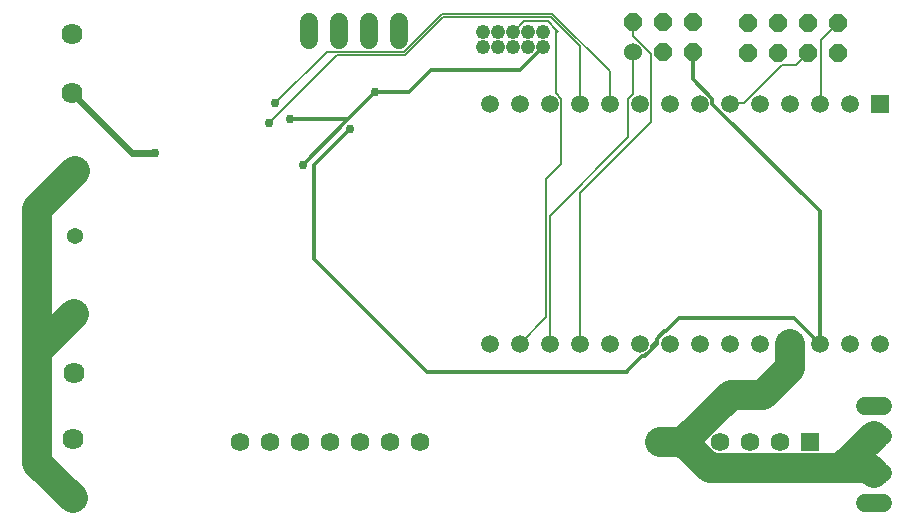
<source format=gbr>
G04 EAGLE Gerber RS-274X export*
G75*
%MOMM*%
%FSLAX34Y34*%
%LPD*%
%INBottom Copper*%
%IPPOS*%
%AMOC8*
5,1,8,0,0,1.08239X$1,22.5*%
G01*
%ADD10C,1.524000*%
%ADD11P,1.649562X8X22.500000*%
%ADD12P,1.649562X8X202.500000*%
%ADD13C,1.524000*%
%ADD14R,1.508000X1.508000*%
%ADD15C,1.508000*%
%ADD16C,1.590000*%
%ADD17R,1.590000X1.590000*%
%ADD18C,1.790700*%
%ADD19C,1.219200*%
%ADD20R,1.371600X1.371600*%
%ADD21C,1.371600*%
%ADD22C,0.152400*%
%ADD23C,2.540000*%
%ADD24C,0.304800*%
%ADD25C,0.756400*%
%ADD26C,0.609600*%


D10*
X579800Y480200D03*
D11*
X605200Y480200D03*
X630600Y480200D03*
X579800Y505600D03*
X605200Y505600D03*
X630600Y505600D03*
D12*
X753400Y505190D03*
X728000Y505190D03*
X702600Y505190D03*
X677200Y505190D03*
X753400Y479790D03*
X728000Y479790D03*
X702600Y479790D03*
X677200Y479790D03*
D13*
X305530Y490460D02*
X305530Y505700D01*
X330930Y505700D02*
X330930Y490460D01*
X356330Y490460D02*
X356330Y505700D01*
X381730Y505700D02*
X381730Y490460D01*
D14*
X788652Y436600D03*
D15*
X763252Y436600D03*
X737852Y436600D03*
X712452Y436600D03*
X687052Y436600D03*
X661652Y436600D03*
X636252Y436600D03*
X610852Y436600D03*
X585452Y436600D03*
X560052Y436600D03*
X534652Y436600D03*
X509252Y436600D03*
X483852Y436600D03*
X458452Y436600D03*
X458452Y233400D03*
X483852Y233400D03*
X509252Y233400D03*
X534652Y233400D03*
X560052Y233400D03*
X585452Y233400D03*
X610852Y233400D03*
X636252Y233400D03*
X661652Y233400D03*
X687052Y233400D03*
X712452Y233400D03*
X737852Y233400D03*
X763252Y233400D03*
X788652Y233400D03*
D16*
X247400Y150000D03*
X272800Y150000D03*
X298200Y150000D03*
X323600Y150000D03*
X349000Y150000D03*
X374400Y150000D03*
X399800Y150000D03*
X628400Y150000D03*
X603000Y150000D03*
X653800Y150000D03*
X679200Y150000D03*
X704600Y150000D03*
D17*
X730000Y150000D03*
D18*
X106110Y258730D03*
X106110Y208692D03*
X105430Y152420D03*
X105430Y102382D03*
X104710Y495600D03*
X104710Y445562D03*
D19*
X503810Y497490D03*
X503810Y484790D03*
X491110Y497490D03*
X491110Y484790D03*
X478410Y497490D03*
X478410Y484790D03*
X465710Y497490D03*
X465710Y484790D03*
X453010Y497490D03*
X453010Y484790D03*
D13*
X776330Y155460D02*
X791570Y155460D01*
X791570Y180860D02*
X776330Y180860D01*
X776110Y123890D02*
X791350Y123890D01*
X791350Y98490D02*
X776110Y98490D01*
D20*
X107300Y379840D03*
D21*
X107300Y324722D03*
D22*
X578750Y505000D02*
X579800Y505600D01*
X580000Y505000D01*
X534652Y360902D02*
X534652Y233400D01*
X580000Y494009D02*
X580000Y505000D01*
X580000Y494009D02*
X595278Y478731D01*
X595278Y421528D02*
X534652Y360902D01*
X595278Y421528D02*
X595278Y478731D01*
X575626Y408126D02*
X509252Y341752D01*
X509252Y233400D01*
X575626Y408126D02*
X575626Y440670D01*
X579800Y444844D01*
X579800Y480200D01*
D23*
X105430Y102382D02*
X75000Y132812D01*
X603000Y150000D02*
X622441Y150000D01*
X756316Y127826D02*
X783950Y155460D01*
X756316Y127826D02*
X644615Y127826D01*
X622441Y150000D01*
X779794Y127826D02*
X783730Y123890D01*
X779794Y127826D02*
X756316Y127826D01*
X712452Y212452D02*
X712452Y233400D01*
X662441Y190000D02*
X622441Y150000D01*
X690000Y190000D02*
X712452Y212452D01*
X690000Y190000D02*
X662441Y190000D01*
X75000Y227620D02*
X75000Y132812D01*
X75000Y227620D02*
X106110Y258730D01*
X75000Y347540D02*
X107300Y379840D01*
X75000Y347540D02*
X75000Y227620D01*
D22*
X628400Y150000D02*
X629412Y150876D01*
X622441Y150000D01*
D24*
X737852Y233400D02*
X737852Y345426D01*
D25*
X340000Y415000D03*
D22*
X589522Y223574D02*
X595278Y229330D01*
X589522Y223574D02*
X588574Y223574D01*
X595278Y231722D02*
X618556Y255000D01*
X595278Y231722D02*
X595278Y229330D01*
X588574Y223574D02*
X575000Y210000D01*
D24*
X646840Y436438D02*
X646840Y440986D01*
X630600Y457226D02*
X630600Y480200D01*
X630600Y457226D02*
X646840Y440986D01*
X646840Y436438D02*
X737852Y345426D01*
X340000Y415000D02*
X310000Y385000D01*
X310000Y305000D01*
X574566Y209566D02*
X575000Y210000D01*
X574566Y209566D02*
X405434Y209566D01*
X310000Y305000D01*
X600264Y237786D02*
X606466Y243988D01*
X607544Y243988D01*
X618556Y255000D01*
X587812Y222812D02*
X575000Y210000D01*
X587812Y222812D02*
X589838Y222812D01*
X600264Y233238D01*
X600264Y237786D01*
X618556Y255000D02*
X716252Y255000D01*
X737852Y233400D01*
D22*
X739140Y437388D02*
X739140Y490728D01*
X752856Y504444D01*
X739140Y437388D02*
X737852Y436600D01*
X752856Y504444D02*
X753400Y505190D01*
D25*
X361188Y446532D03*
X289560Y423672D03*
D24*
X361188Y446532D02*
X390000Y446532D01*
D25*
X300000Y385000D03*
D24*
X390000Y446532D02*
X408468Y465000D01*
X500254Y481002D02*
X500254Y481234D01*
X503810Y484790D01*
X500254Y481002D02*
X484252Y465000D01*
X408468Y465000D01*
X338672Y423672D02*
X300000Y385000D01*
X338672Y423672D02*
X361188Y446188D01*
X361188Y446532D01*
X338672Y423672D02*
X289560Y423672D01*
D22*
X662940Y437388D02*
X673608Y437388D01*
X705612Y469392D01*
X717804Y469392D01*
X726948Y478536D01*
X662940Y437388D02*
X661652Y436600D01*
X726948Y478536D02*
X728000Y479790D01*
X534652Y485108D02*
X534652Y436600D01*
X534652Y485108D02*
X510000Y509760D01*
X419350Y509760D02*
X387096Y477506D01*
D25*
X271780Y420370D03*
D22*
X328916Y477506D01*
X387096Y477506D01*
X419350Y509760D02*
X510000Y509760D01*
X418087Y512808D02*
X385833Y480554D01*
X320534Y480554D01*
X511263Y512808D02*
X560052Y464019D01*
X511263Y512808D02*
X418087Y512808D01*
D25*
X276860Y436880D03*
D22*
X320534Y480554D01*
X560000Y463750D02*
X560000Y437500D01*
X560052Y436600D01*
X560000Y463750D02*
X560052Y464019D01*
D25*
X175000Y395000D03*
D26*
X155272Y395000D02*
X104710Y445562D01*
X155272Y395000D02*
X175000Y395000D01*
D22*
X478750Y497500D02*
X487500Y506250D01*
X507500Y506250D01*
X514375Y499375D02*
X516250Y497500D01*
X514375Y499375D02*
X507500Y506250D01*
X478750Y497500D02*
X478410Y497490D01*
X514375Y499375D02*
X514375Y445373D01*
X519078Y440670D01*
X506204Y255752D02*
X483852Y233400D01*
X506204Y255752D02*
X506204Y373015D01*
X519078Y385889D02*
X519078Y440670D01*
X519078Y385889D02*
X506204Y373015D01*
X458724Y234696D02*
X458452Y233400D01*
M02*

</source>
